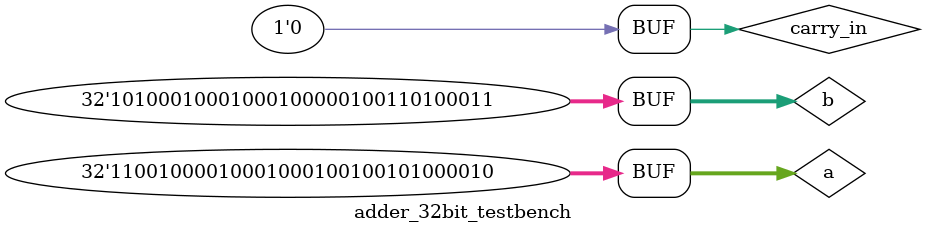
<source format=v>
`define DELAY 20
module adder_32bit_testbench();

reg [31:0] a, b;
reg carry_in;
wire [31:0] out;
wire carry_out;

adder_32bit test_adder (a, b, carry_in, out, carry_out);

initial begin
	a = 32'b00000000000000000000000000000010;
	b = 32'b00000000000000000000000000000011;
	carry_in = 1'b0;
	#`DELAY;

	a = 32'b11111111111111111111111111111111;
	b = 32'b11111111111111111111111111111111;
	carry_in = 1'b0;
	#`DELAY;

	a = 32'b01001000010001000000100101000010;
	b = 32'b00100010001000100000100000100011;
	carry_in = 1'b0;
	#`DELAY;
	
	a = 32'b11001000010001000100100101000010;
	b = 32'b10100010001000100000100110100011;
	carry_in = 1'b0;
	#`DELAY;

end

initial begin
	$monitor("time=%2d, carry_out=%1b, out=%32b", $time, carry_out, out);
end

endmodule

</source>
